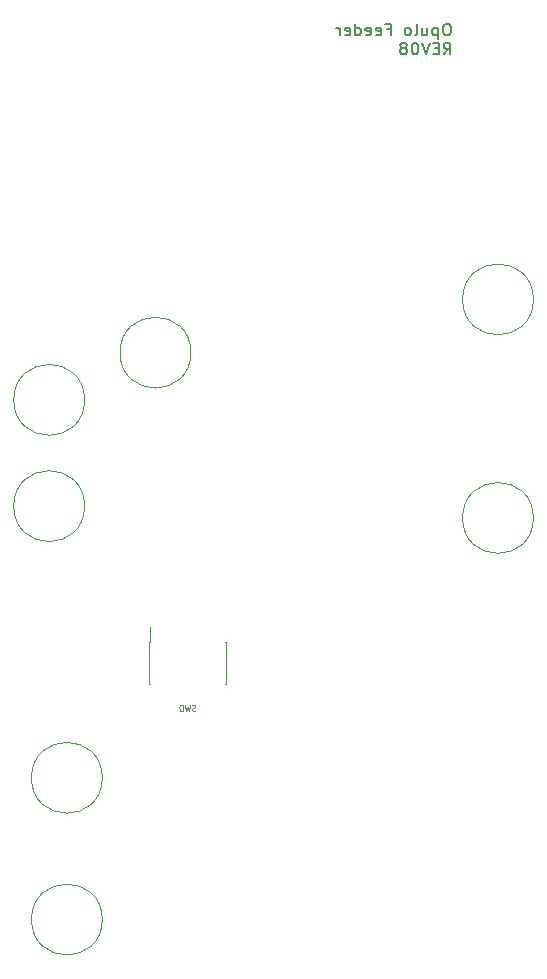
<source format=gbr>
G04 #@! TF.GenerationSoftware,KiCad,Pcbnew,(6.0.1-0)*
G04 #@! TF.CreationDate,2022-10-06T15:49:35-04:00*
G04 #@! TF.ProjectId,mobo,6d6f626f-2e6b-4696-9361-645f70636258,rev?*
G04 #@! TF.SameCoordinates,Original*
G04 #@! TF.FileFunction,Legend,Bot*
G04 #@! TF.FilePolarity,Positive*
%FSLAX46Y46*%
G04 Gerber Fmt 4.6, Leading zero omitted, Abs format (unit mm)*
G04 Created by KiCad (PCBNEW (6.0.1-0)) date 2022-10-06 15:49:35*
%MOMM*%
%LPD*%
G01*
G04 APERTURE LIST*
%ADD10C,0.120000*%
%ADD11C,0.100000*%
%ADD12C,0.150000*%
G04 APERTURE END LIST*
D10*
X127300000Y-79000000D02*
G75*
G03*
X127300000Y-79000000I-3000000J0D01*
G01*
X89300000Y-78000000D02*
G75*
G03*
X89300000Y-78000000I-3000000J0D01*
G01*
X90800000Y-113000000D02*
G75*
G03*
X90800000Y-113000000I-3000000J0D01*
G01*
X90800000Y-101000000D02*
G75*
G03*
X90800000Y-101000000I-3000000J0D01*
G01*
X89300000Y-69000000D02*
G75*
G03*
X89300000Y-69000000I-3000000J0D01*
G01*
X127300000Y-60500000D02*
G75*
G03*
X127300000Y-60500000I-3000000J0D01*
G01*
X98300000Y-65000000D02*
G75*
G03*
X98300000Y-65000000I-3000000J0D01*
G01*
D11*
X98678571Y-95302380D02*
X98607142Y-95326190D01*
X98488095Y-95326190D01*
X98440476Y-95302380D01*
X98416666Y-95278571D01*
X98392857Y-95230952D01*
X98392857Y-95183333D01*
X98416666Y-95135714D01*
X98440476Y-95111904D01*
X98488095Y-95088095D01*
X98583333Y-95064285D01*
X98630952Y-95040476D01*
X98654761Y-95016666D01*
X98678571Y-94969047D01*
X98678571Y-94921428D01*
X98654761Y-94873809D01*
X98630952Y-94850000D01*
X98583333Y-94826190D01*
X98464285Y-94826190D01*
X98392857Y-94850000D01*
X98226190Y-94826190D02*
X98107142Y-95326190D01*
X98011904Y-94969047D01*
X97916666Y-95326190D01*
X97797619Y-94826190D01*
X97607142Y-95326190D02*
X97607142Y-94826190D01*
X97488095Y-94826190D01*
X97416666Y-94850000D01*
X97369047Y-94897619D01*
X97345238Y-94945238D01*
X97321428Y-95040476D01*
X97321428Y-95111904D01*
X97345238Y-95207142D01*
X97369047Y-95254761D01*
X97416666Y-95302380D01*
X97488095Y-95326190D01*
X97607142Y-95326190D01*
D12*
X120073928Y-37147380D02*
X119883452Y-37147380D01*
X119788214Y-37195000D01*
X119692976Y-37290238D01*
X119645357Y-37480714D01*
X119645357Y-37814047D01*
X119692976Y-38004523D01*
X119788214Y-38099761D01*
X119883452Y-38147380D01*
X120073928Y-38147380D01*
X120169166Y-38099761D01*
X120264404Y-38004523D01*
X120312023Y-37814047D01*
X120312023Y-37480714D01*
X120264404Y-37290238D01*
X120169166Y-37195000D01*
X120073928Y-37147380D01*
X119216785Y-37480714D02*
X119216785Y-38480714D01*
X119216785Y-37528333D02*
X119121547Y-37480714D01*
X118931071Y-37480714D01*
X118835833Y-37528333D01*
X118788214Y-37575952D01*
X118740595Y-37671190D01*
X118740595Y-37956904D01*
X118788214Y-38052142D01*
X118835833Y-38099761D01*
X118931071Y-38147380D01*
X119121547Y-38147380D01*
X119216785Y-38099761D01*
X117883452Y-37480714D02*
X117883452Y-38147380D01*
X118312023Y-37480714D02*
X118312023Y-38004523D01*
X118264404Y-38099761D01*
X118169166Y-38147380D01*
X118026309Y-38147380D01*
X117931071Y-38099761D01*
X117883452Y-38052142D01*
X117264404Y-38147380D02*
X117359642Y-38099761D01*
X117407261Y-38004523D01*
X117407261Y-37147380D01*
X116740595Y-38147380D02*
X116835833Y-38099761D01*
X116883452Y-38052142D01*
X116931071Y-37956904D01*
X116931071Y-37671190D01*
X116883452Y-37575952D01*
X116835833Y-37528333D01*
X116740595Y-37480714D01*
X116597738Y-37480714D01*
X116502500Y-37528333D01*
X116454880Y-37575952D01*
X116407261Y-37671190D01*
X116407261Y-37956904D01*
X116454880Y-38052142D01*
X116502500Y-38099761D01*
X116597738Y-38147380D01*
X116740595Y-38147380D01*
X114883452Y-37623571D02*
X115216785Y-37623571D01*
X115216785Y-38147380D02*
X115216785Y-37147380D01*
X114740595Y-37147380D01*
X113978690Y-38099761D02*
X114073928Y-38147380D01*
X114264404Y-38147380D01*
X114359642Y-38099761D01*
X114407261Y-38004523D01*
X114407261Y-37623571D01*
X114359642Y-37528333D01*
X114264404Y-37480714D01*
X114073928Y-37480714D01*
X113978690Y-37528333D01*
X113931071Y-37623571D01*
X113931071Y-37718809D01*
X114407261Y-37814047D01*
X113121547Y-38099761D02*
X113216785Y-38147380D01*
X113407261Y-38147380D01*
X113502500Y-38099761D01*
X113550119Y-38004523D01*
X113550119Y-37623571D01*
X113502500Y-37528333D01*
X113407261Y-37480714D01*
X113216785Y-37480714D01*
X113121547Y-37528333D01*
X113073928Y-37623571D01*
X113073928Y-37718809D01*
X113550119Y-37814047D01*
X112216785Y-38147380D02*
X112216785Y-37147380D01*
X112216785Y-38099761D02*
X112312023Y-38147380D01*
X112502500Y-38147380D01*
X112597738Y-38099761D01*
X112645357Y-38052142D01*
X112692976Y-37956904D01*
X112692976Y-37671190D01*
X112645357Y-37575952D01*
X112597738Y-37528333D01*
X112502500Y-37480714D01*
X112312023Y-37480714D01*
X112216785Y-37528333D01*
X111359642Y-38099761D02*
X111454880Y-38147380D01*
X111645357Y-38147380D01*
X111740595Y-38099761D01*
X111788214Y-38004523D01*
X111788214Y-37623571D01*
X111740595Y-37528333D01*
X111645357Y-37480714D01*
X111454880Y-37480714D01*
X111359642Y-37528333D01*
X111312023Y-37623571D01*
X111312023Y-37718809D01*
X111788214Y-37814047D01*
X110883452Y-38147380D02*
X110883452Y-37480714D01*
X110883452Y-37671190D02*
X110835833Y-37575952D01*
X110788214Y-37528333D01*
X110692976Y-37480714D01*
X110597738Y-37480714D01*
X119692976Y-39757380D02*
X120026309Y-39281190D01*
X120264404Y-39757380D02*
X120264404Y-38757380D01*
X119883452Y-38757380D01*
X119788214Y-38805000D01*
X119740595Y-38852619D01*
X119692976Y-38947857D01*
X119692976Y-39090714D01*
X119740595Y-39185952D01*
X119788214Y-39233571D01*
X119883452Y-39281190D01*
X120264404Y-39281190D01*
X119264404Y-39233571D02*
X118931071Y-39233571D01*
X118788214Y-39757380D02*
X119264404Y-39757380D01*
X119264404Y-38757380D01*
X118788214Y-38757380D01*
X118502500Y-38757380D02*
X118169166Y-39757380D01*
X117835833Y-38757380D01*
X117312023Y-38757380D02*
X117216785Y-38757380D01*
X117121547Y-38805000D01*
X117073928Y-38852619D01*
X117026309Y-38947857D01*
X116978690Y-39138333D01*
X116978690Y-39376428D01*
X117026309Y-39566904D01*
X117073928Y-39662142D01*
X117121547Y-39709761D01*
X117216785Y-39757380D01*
X117312023Y-39757380D01*
X117407261Y-39709761D01*
X117454880Y-39662142D01*
X117502500Y-39566904D01*
X117550119Y-39376428D01*
X117550119Y-39138333D01*
X117502500Y-38947857D01*
X117454880Y-38852619D01*
X117407261Y-38805000D01*
X117312023Y-38757380D01*
X116407261Y-39185952D02*
X116502500Y-39138333D01*
X116550119Y-39090714D01*
X116597738Y-38995476D01*
X116597738Y-38947857D01*
X116550119Y-38852619D01*
X116502500Y-38805000D01*
X116407261Y-38757380D01*
X116216785Y-38757380D01*
X116121547Y-38805000D01*
X116073928Y-38852619D01*
X116026309Y-38947857D01*
X116026309Y-38995476D01*
X116073928Y-39090714D01*
X116121547Y-39138333D01*
X116216785Y-39185952D01*
X116407261Y-39185952D01*
X116502500Y-39233571D01*
X116550119Y-39281190D01*
X116597738Y-39376428D01*
X116597738Y-39566904D01*
X116550119Y-39662142D01*
X116502500Y-39709761D01*
X116407261Y-39757380D01*
X116216785Y-39757380D01*
X116121547Y-39709761D01*
X116073928Y-39662142D01*
X116026309Y-39566904D01*
X116026309Y-39376428D01*
X116073928Y-39281190D01*
X116121547Y-39233571D01*
X116216785Y-39185952D01*
D10*
X101235000Y-89535000D02*
X101235000Y-93065000D01*
X94830000Y-88210000D02*
X94830000Y-89535000D01*
X94765000Y-89535000D02*
X94765000Y-93065000D01*
X94765000Y-89535000D02*
X94830000Y-89535000D01*
X101170000Y-93065000D02*
X101235000Y-93065000D01*
X94765000Y-93065000D02*
X94830000Y-93065000D01*
X101170000Y-89535000D02*
X101235000Y-89535000D01*
M02*

</source>
